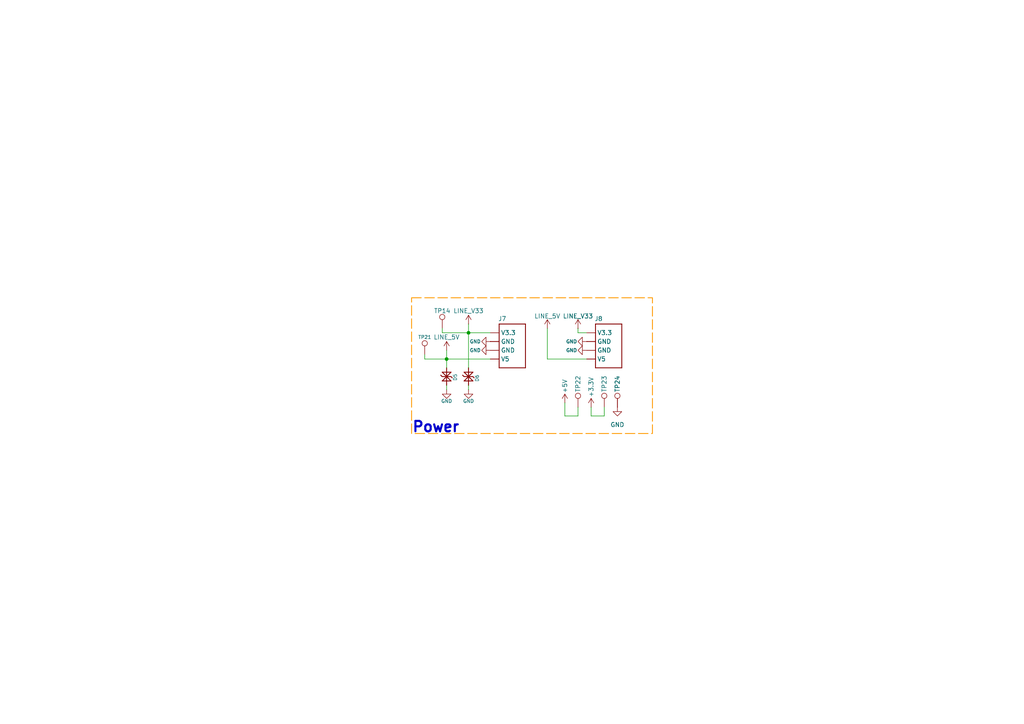
<source format=kicad_sch>
(kicad_sch (version 20250114) (generator "eeschema") (generator_version "9.0")
  (paper "A4")
  (lib_symbols
    (symbol "CRGM Connector:AQ_POWER"
      (property "Reference" "J" (at 0 2.794 0))
      (symbol "AQ_POWER_1_0"
        (polyline (pts (xy 0 2.54) (xy 7.62 2.54)) (stroke (width 0.254)))
        (polyline (pts (xy 0 -10.16) (xy 0 2.54)) (stroke (width 0.254)))
        (polyline (pts (xy 7.62 2.54) (xy 7.62 -10.16)) (stroke (width 0.254)))
        (polyline (pts (xy 7.62 -10.16) (xy 0 -10.16)) (stroke (width 0.254)))
        (pin power_out line (at -2.54 0 0) (length 2.54) (name "V3.3") (number "4"))
        (pin passive line (at -2.54 -2.54 0) (length 2.54) (name "GND") (number "3"))
        (pin passive line (at -2.54 -5.08 0) (length 2.54) (name "GND") (number "2"))
        (pin power_out line (at -2.54 -7.62 0) (length 2.54) (name "V5") (number "1"))
      )
    )
    (symbol "CRGM Passive:PESD3V3S1BL"
      (property "Reference" "D" (at -1.524 1.524 0))
      (symbol "PESD3V3S1BL_1_0"
        (polyline (pts (xy -2.54 0) (xy 2.54 0)) (stroke (width 0.254)))
        (polyline (pts (xy -1.27 1.27) (xy -0.0101 0.0101)) (stroke (width 0.254)))
        (polyline (pts (xy -1.27 -1.27) (xy -1.27 1.27)) (stroke (width 0.254)))
        (polyline (pts (xy -0.3445 -1.6043) (xy -0.3573 -1.6043)) (stroke (width 0.254)))
        (polyline (pts (xy -0.0101 1.2955) (xy -0.0101 -1.27)) (stroke (width 0.254)))
        (polyline (pts (xy -0.0101 1.2955) (xy 0.3778 1.6835)) (stroke (width 0.254)))
        (polyline (pts (xy -0.0101 0.0101) (xy -0.0101 -0.0101)) (stroke (width 0.254)))
        (polyline (pts (xy -0.0101 -0.0101) (xy -1.27 -1.27)) (stroke (width 0.254)))
        (polyline (pts (xy -0.0101 -1.27) (xy -0.3445 -1.6043)) (stroke (width 0.254)))
        (polyline (pts (xy 0.0101 0.0101) (xy 0.0101 -0.0101)) (stroke (width 0.254)))
        (polyline (pts (xy 0.0101 -0.0101) (xy 1.27 -1.27)) (stroke (width 0.254)))
        (polyline (pts (xy 0.3778 1.6835) (xy 0.3981 1.6835)) (stroke (width 0.254)))
        (polyline (pts (xy 1.27 1.27) (xy 0.0101 0.0101)) (stroke (width 0.254)))
        (polyline (pts (xy 1.27 -1.27) (xy 1.27 1.27)) (stroke (width 0.254)))
        (pin passive line (at -2.54 0 0) (length 0) (name "K1") (number "1"))
        (pin passive line (at 2.54 0 180) (length 0) (name "K2") (number "2"))
      )
    )
    (symbol "CRGM Passive:PESD5V5C1BLYL"
      (property "Reference" "D" (at -1.524 1.524 0))
      (symbol "PESD5V5C1BLYL_1_0"
        (polyline (pts (xy -2.54 0) (xy 2.54 0)) (stroke (width 0.254)))
        (polyline (pts (xy -1.27 1.27) (xy -0.0101 0.0101)) (stroke (width 0.254)))
        (polyline (pts (xy -1.27 -1.27) (xy -1.27 1.27)) (stroke (width 0.254)))
        (polyline (pts (xy -0.3445 -1.6043) (xy -0.3573 -1.6043)) (stroke (width 0.254)))
        (polyline (pts (xy -0.0101 1.2955) (xy -0.0101 -1.27)) (stroke (width 0.254)))
        (polyline (pts (xy -0.0101 1.2955) (xy 0.3778 1.6835)) (stroke (width 0.254)))
        (polyline (pts (xy -0.0101 0.0101) (xy -0.0101 -0.0101)) (stroke (width 0.254)))
        (polyline (pts (xy -0.0101 -0.0101) (xy -1.27 -1.27)) (stroke (width 0.254)))
        (polyline (pts (xy -0.0101 -1.27) (xy -0.3445 -1.6043)) (stroke (width 0.254)))
        (polyline (pts (xy 0.0101 0.0101) (xy 0.0101 -0.0101)) (stroke (width 0.254)))
        (polyline (pts (xy 0.0101 -0.0101) (xy 1.27 -1.27)) (stroke (width 0.254)))
        (polyline (pts (xy 0.3778 1.6835) (xy 0.3981 1.6835)) (stroke (width 0.254)))
        (polyline (pts (xy 1.27 1.27) (xy 0.0101 0.0101)) (stroke (width 0.254)))
        (polyline (pts (xy 1.27 -1.27) (xy 1.27 1.27)) (stroke (width 0.254)))
        (pin passive line (at -2.54 0 0) (length 0) (name "K1") (number "1"))
        (pin passive line (at 2.54 0 180) (length 0) (name "K2") (number "2"))
      )
    )
    (symbol "Connector:TestPoint" (pin_numbers (hide yes)) (pin_names (offset 0.762) (hide yes))
      (property "Reference" "TP" (at 0 6.858 0))
      (property "Value" "TestPoint" (at 0 5.08 0))
      (symbol "TestPoint_0_1"
        (circle (center 0 3.302) (radius 0.762))
      )
      (symbol "TestPoint_1_1"
        (pin passive line (at 0 0 90) (length 2.54) (name "1") (number "1"))
      )
    )
    (symbol "power:+3.3V" (power) (pin_numbers (hide yes)) (pin_names (offset 0) (hide yes))
      (property "Value" "+3.3V" (at 0 3.556 0))
      (symbol "+3.3V_0_1"
        (polyline (pts (xy -0.762 1.27) (xy 0 2.54)))
        (polyline (pts (xy 0 2.54) (xy 0.762 1.27)))
        (polyline (pts (xy 0 0) (xy 0 2.54)))
      )
      (symbol "+3.3V_1_1"
        (pin power_in line (at 0 0 90) (length 0) (name "~") (number "1"))
      )
    )
    (symbol "power:+5V" (power) (pin_numbers (hide yes)) (pin_names (offset 0) (hide yes))
      (property "Value" "+5V" (at 0 3.556 0))
      (symbol "+5V_0_1"
        (polyline (pts (xy -0.762 1.27) (xy 0 2.54)))
        (polyline (pts (xy 0 2.54) (xy 0.762 1.27)))
        (polyline (pts (xy 0 0) (xy 0 2.54)))
      )
      (symbol "+5V_1_1"
        (pin power_in line (at 0 0 90) (length 0) (name "~") (number "1"))
      )
    )
    (symbol "power:GND" (power) (pin_numbers (hide yes)) (pin_names (offset 0) (hide yes))
      (property "Value" "GND" (at 0 -3.81 0))
      (symbol "GND_0_1"
        (polyline (pts (xy 0 0) (xy 0 -1.27) (xy 1.27 -1.27) (xy 0 -2.54) (xy -1.27 -1.27) (xy 0 -1.27)))
      )
      (symbol "GND_1_1"
        (pin power_in line (at 0 0 270) (length 0) (name "~") (number "1"))
      )
    )
  )
  (rectangle (start 119.38 86.36) (end 189.23 125.73) (stroke (width 0.254) (type dash) (color 255 153 0 1)))
  (text "Power" (at 119.38 125.73 0) (effects (font (size 3 3) (thickness 0.6) (bold yes)) (justify left bottom)))
  (junction (at 129.54 104.14))
  (junction (at 135.89 96.52))
  (wire (pts (xy 163.83 120.65) (xy 163.83 116.84)))
  (wire (pts (xy 129.54 104.14) (xy 129.54 106.68)))
  (wire (pts (xy 170.18 104.14) (xy 158.75 104.14)))
  (wire (pts (xy 171.45 118.11) (xy 171.45 120.65)))
  (wire (pts (xy 128.27 96.52) (xy 135.89 96.52)))
  (wire (pts (xy 129.54 111.76) (xy 129.54 113.03)))
  (wire (pts (xy 135.89 96.52) (xy 135.89 106.68)))
  (wire (pts (xy 129.54 101.6) (xy 129.54 104.14)))
  (wire (pts (xy 135.89 96.52) (xy 142.24 96.52)))
  (wire (pts (xy 175.26 120.65) (xy 171.45 120.65)))
  (wire (pts (xy 135.89 96.52) (xy 135.89 93.98)))
  (wire (pts (xy 129.54 104.14) (xy 142.24 104.14)))
  (wire (pts (xy 170.18 96.52) (xy 167.64 96.52)))
  (wire (pts (xy 123.19 104.14) (xy 129.54 104.14)))
  (wire (pts (xy 163.83 120.65) (xy 167.64 120.65)))
  (wire (pts (xy 167.64 96.52) (xy 167.64 95.25)))
  (wire (pts (xy 158.75 104.14) (xy 158.75 95.25)))
  (wire (pts (xy 175.26 118.11) (xy 175.26 120.65)))
  (wire (pts (xy 128.27 95.25) (xy 128.27 96.52)))
  (wire (pts (xy 123.19 102.87) (xy 123.19 104.14)))
  (wire (pts (xy 135.89 113.03) (xy 135.89 111.76)))
  (wire (pts (xy 167.64 120.65) (xy 167.64 118.11)))
  (symbol (lib_id "power:GND") (at 179.07 118.11 0) (unit 1)
    (property "Reference" "#PWR056" (effects (hide yes)))
    (property "Value" "GND" (at 179.07 123.19 0))
    (property "Description" "Power symbol creates a global label with name \"GND\" , ground" (effects (hide yes)))
  )
  (symbol (lib_id "CRGM Passive:PESD5V5C1BLYL") (at 129.54 109.22 90) (unit 1)
    (property "Reference" "D5" (at 132.588 110.49 0) (effects (font (size 1 1) (thickness 0.125)) (justify left bottom)))
    (property "Value" "PESD5V5C1BL" (effects (hide yes)))
    (property "Footprint" "CRGM Passive:DFN1006-2" (effects (hide yes)))
    (property "Datasheet" "https://assets.nexperia.com/documents/data-sheet/PESD5V5C1BL.pdf" (effects (hide yes)))
    (property "Description" "TVS DIODE Vrwm=5.5v Vcl=5.4v Ippm=6.5A DFN10062" (effects (hide yes)))
    (property "LCSC" "C2827636" (effects (hide yes)))
    (property "Mouser" "771-PESD5V5C1BLYL" (effects (hide yes)))
    (property "Digikey" "1727-PESD5V5C1BLYLTR-ND" (effects (hide yes)))
    (property "MN" "Nexperia" (effects (hide yes)))
    (property "MPN" "PESD5V5C1BLYL" (effects (hide yes)))
  )
  (symbol (lib_id "power:+5V") (at 158.75 95.25 0) (unit 1)
    (property "Reference" "#PWR039" (effects (hide yes)))
    (property "Value" "LINE_5V" (at 158.75 91.694 0))
    (property "Description" "Power symbol creates a global label with name \"+5V\"" (effects (hide yes)))
  )
  (symbol (lib_id "CRGM Passive:PESD3V3S1BL") (at 135.89 109.22 90) (unit 1)
    (property "Reference" "D6" (at 138.938 110.744 0) (effects (font (size 1 1) (thickness 0.125)) (justify left bottom)))
    (property "Value" "PESD3V3S1BL" (effects (hide yes)))
    (property "Footprint" "CRGM Passive:DFN1006-2" (effects (hide yes)))
    (property "Datasheet" "https://www.nexperia.com/product/PESD3V3S1BL" (effects (hide yes)))
    (property "Description" "PESD3V3S1BL - Low capacitance bidirectional ESD protection diode\nVrwm=3.3v\nSource: https://assets.nexperia.com/documents/data-sheet/PESD3V3S1BL.pdf  Datasheet\nJLCPCB - C552521  Alternate https://jlcpcb.com/partdetail/DiodesIncorporated-DESD3V3S1BL7B/C500765 DESD3V3S1BL\nJLCPCB - C500765\nhttps://jlcpcb.com/partdetail/Fuxinsemi-LESD8D33CAT5G/C5563754 LESD8D3.3CAT5G\nJLCPCB - C5563754" (effects (hide yes)))
    (property "LCSC" "C5563754" (effects (hide yes)))
    (property "Digikey" "1727-PESD3V3S1BLYLTR-ND" (effects (hide yes)))
    (property "Mouser" "621-DESD3V3S1BL-7B" (effects (hide yes)))
    (property "MN" "FUXINSEMI" (effects (hide yes)))
    (property "MPN" "LESD8D3.3CAT5G" (effects (hide yes)))
  )
  (symbol (lib_id "power:+3.3V") (at 167.64 95.25 0) (unit 1)
    (property "Reference" "#PWR040" (effects (hide yes)))
    (property "Value" "LINE_V33" (at 167.64 91.694 0))
    (property "Description" "Power symbol creates a global label with name \"+3.3V\"" (effects (hide yes)))
  )
  (symbol (lib_id "Connector:TestPoint") (at 179.07 118.11 0) (unit 1) (in_bom no)
    (property "Reference" "TP24" (at 179.07 113.792 90) (effects (justify left)))
    (property "Footprint" "CRGM Mechanical:TestPoint_Pad_D1.0mm" (effects (hide yes)))
    (property "Description" "test point" (effects (hide yes)))
  )
  (symbol (lib_id "power:GND") (at 129.54 113.03 0) (unit 1)
    (property "Reference" "#PWR050" (effects (hide yes)))
    (property "Value" "GND" (at 129.54 116.332 0) (effects (font (size 1 1))))
    (property "Description" "Power symbol creates a global label with name \"GND\" , ground" (effects (hide yes)))
  )
  (symbol (lib_id "power:GND") (at 170.18 101.6 270) (unit 1)
    (property "Reference" "#PWR048" (effects (hide yes)))
    (property "Value" "GND" (at 167.386 101.6 90) (effects (font (size 1 1)) (justify right)))
    (property "Description" "Power symbol creates a global label with name \"GND\" , ground" (effects (hide yes)))
  )
  (symbol (lib_id "Connector:TestPoint") (at 128.27 95.25 0) (unit 1) (in_bom no)
    (property "Reference" "TP14" (at 128.27 90.17 0))
    (property "Footprint" "CRGM Mechanical:TestPoint_Pad_D1.0mm" (effects (hide yes)))
    (property "Description" "test point" (effects (hide yes)))
  )
  (symbol (lib_id "power:GND") (at 135.89 113.03 0) (unit 1)
    (property "Reference" "#PWR051" (effects (hide yes)))
    (property "Value" "GND" (at 135.89 116.332 0) (effects (font (size 1 1))))
    (property "Description" "Power symbol creates a global label with name \"GND\" , ground" (effects (hide yes)))
  )
  (symbol (lib_id "Connector:TestPoint") (at 175.26 118.11 0) (unit 1) (in_bom no)
    (property "Reference" "TP23" (at 175.26 113.792 90) (effects (justify left)))
    (property "Footprint" "CRGM Mechanical:TestPoint_Pad_D1.0mm" (effects (hide yes)))
    (property "Description" "test point" (effects (hide yes)))
  )
  (symbol (lib_id "Connector:TestPoint") (at 167.64 118.11 0) (unit 1) (in_bom no)
    (property "Reference" "TP22" (at 167.64 113.792 90) (effects (justify left)))
    (property "Footprint" "CRGM Mechanical:TestPoint_Pad_D1.0mm" (effects (hide yes)))
    (property "Description" "test point" (effects (hide yes)))
  )
  (symbol (lib_id "Connector:TestPoint") (at 123.19 102.87 0) (unit 1) (in_bom no)
    (property "Reference" "TP21" (at 123.19 97.79 0) (effects (font (size 1 1))))
    (property "Footprint" "CRGM Mechanical:TestPoint_Pad_D1.0mm" (effects (hide yes)))
    (property "Description" "test point" (effects (hide yes)))
  )
  (symbol (lib_id "power:+3.3V") (at 135.89 93.98 0) (unit 1)
    (property "Reference" "#PWR038" (effects (hide yes)))
    (property "Value" "LINE_V33" (at 135.89 90.17 0))
    (property "Description" "Power symbol creates a global label with name \"+3.3V\"" (effects (hide yes)))
  )
  (symbol (lib_id "power:+3.3V") (at 171.45 118.11 0) (unit 1)
    (property "Reference" "#PWR055" (effects (hide yes)))
    (property "Value" "+3.3V" (at 171.45 112.268 90))
    (property "Description" "Power symbol creates a global label with name \"+3.3V\"" (effects (hide yes)))
  )
  (symbol (lib_id "power:GND") (at 170.18 99.06 270) (unit 1)
    (property "Reference" "#PWR044" (effects (hide yes)))
    (property "Value" "GND" (at 167.386 99.06 90) (effects (font (size 1 1)) (justify right)))
    (property "Description" "Power symbol creates a global label with name \"GND\" , ground" (effects (hide yes)))
  )
  (symbol (lib_id "CRGM Connector:AQ_POWER") (at 144.78 96.52 0) (unit 1)
    (property "Reference" "J7" (at 144.526 92.456 0) (effects (font (thickness 0.125)) (justify left)))
    (property "Footprint" "CRGM Connector:JST_SH_SM04B-SRSS-TB_1x04-1MP_P1.00mm_Horizontal" (effects (hide yes)))
    (property "Datasheet" "https://www.jst-mfg.com/product/pdf/eng/eSH.pdf" (effects (hide yes)))
    (property "Description" "4 Position, 1mm pitch" (effects (hide yes)))
    (property "MN" "JST" (effects (hide yes)))
    (property "MPN" "SM04B-SRSS-TBT(LF)(SN)" (effects (hide yes)))
    (property "LCSC" "C2763614" (effects (hide yes)))
    (property "Mouser" "306-SM04BSRSSTBTLFSN" (effects (hide yes)))
    (property "Digikey" "455-SM04B-SRSS-TBTR-ND" (effects (hide yes)))
  )
  (symbol (lib_id "power:+5V") (at 163.83 116.84 0) (unit 1)
    (property "Reference" "#PWR053" (effects (hide yes)))
    (property "Value" "+5V" (at 163.83 114.046 90) (effects (justify left)))
    (property "Description" "Power symbol creates a global label with name \"+5V\"" (effects (hide yes)))
  )
  (symbol (lib_id "power:GND") (at 142.24 101.6 270) (unit 1)
    (property "Reference" "#PWR047" (effects (hide yes)))
    (property "Value" "GND" (at 139.446 101.6 90) (effects (font (size 1 1)) (justify right)))
    (property "Description" "Power symbol creates a global label with name \"GND\" , ground" (effects (hide yes)))
  )
  (symbol (lib_id "CRGM Connector:AQ_POWER") (at 172.72 96.52 0) (unit 1)
    (property "Reference" "J8" (at 172.466 92.456 0) (effects (font (thickness 0.125)) (justify left)))
    (property "Footprint" "CRGM Connector:JST_SH_SM04B-SRSS-TB_1x04-1MP_P1.00mm_Horizontal" (effects (hide yes)))
    (property "Datasheet" "https://www.jst-mfg.com/product/pdf/eng/eSH.pdf" (effects (hide yes)))
    (property "Description" "4 Position, 1mm pitch" (effects (hide yes)))
    (property "MN" "JST" (effects (hide yes)))
    (property "MPN" "SM04B-SRSS-TBT(LF)(SN)" (effects (hide yes)))
    (property "LCSC" "C2763614" (effects (hide yes)))
    (property "Mouser" "306-SM04BSRSSTBTLFSN" (effects (hide yes)))
    (property "Digikey" "455-SM04B-SRSS-TBTR-ND" (effects (hide yes)))
  )
  (symbol (lib_id "power:+5V") (at 129.54 101.6 0) (unit 1)
    (property "Reference" "#PWR046" (effects (hide yes)))
    (property "Value" "LINE_5V" (at 129.54 97.79 0))
    (property "Description" "Power symbol creates a global label with name \"+5V\"" (effects (hide yes)))
  )
  (symbol (lib_id "power:GND") (at 142.24 99.06 270) (unit 1)
    (property "Reference" "#PWR043" (effects (hide yes)))
    (property "Value" "GND" (at 139.446 99.06 90) (effects (font (size 1 1)) (justify right)))
    (property "Description" "Power symbol creates a global label with name \"GND\" , ground" (effects (hide yes)))
  )
)
</source>
